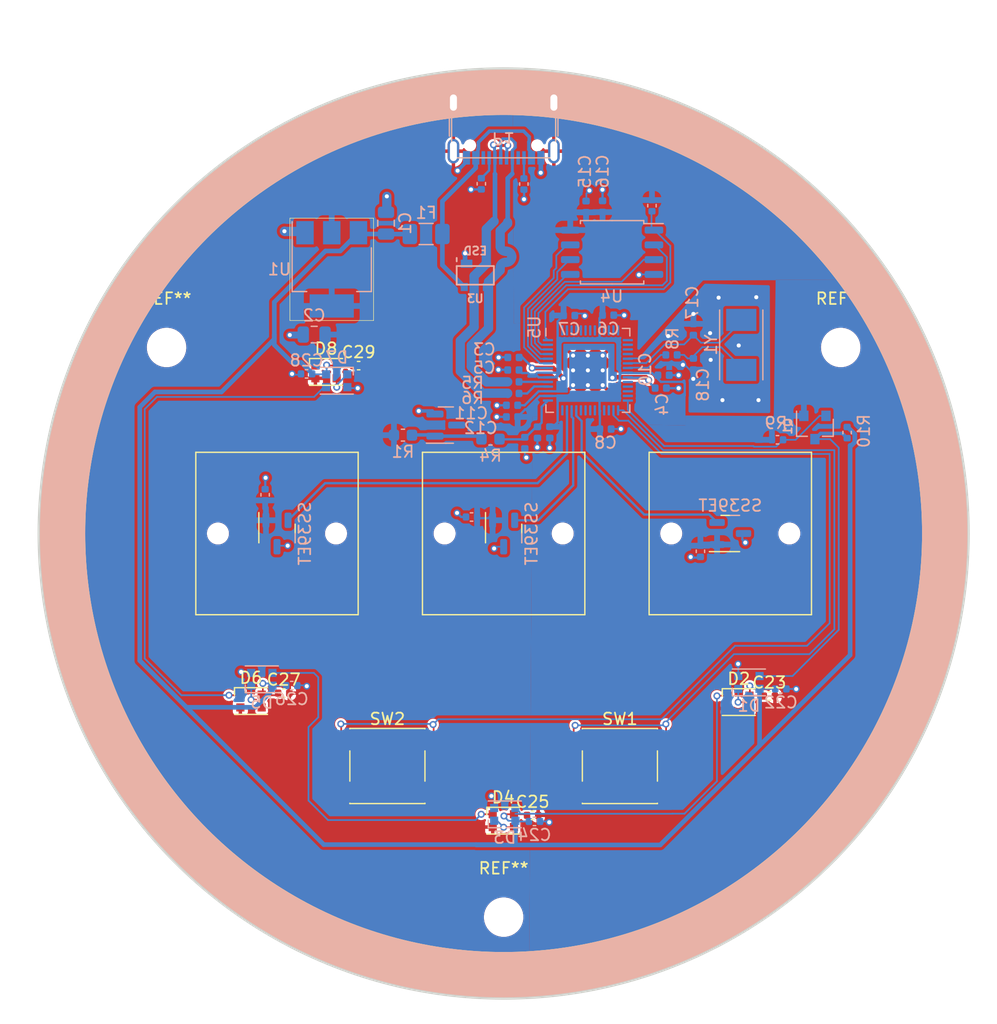
<source format=kicad_pcb>
(kicad_pcb (version 20221018) (generator pcbnew)
  (title_block (title "RP2040 Minimal Design Example") (date "2020-07-13") (rev "REV1") (company "Raspberry Pi (Trading) Ltd"))
  (layers (0 "F.Cu" signal) (31 "B.Cu" signal) (34 "B.Paste" user) (35 "F.Paste" user) (36 "B.SilkS" user "B.Silkscreen") (37 "F.SilkS" user "F.Silkscreen") (38 "B.Mask" user) (39 "F.Mask" user) (44 "Edge.Cuts" user))
  (net 0 "")
  (net 1 "GND")
  (net 2 "VBUS")
  (net 3 "/XIN")
  (net 4 "/XOUT")
  (net 5 "+3V3")
  (net 6 "+1V1")
  (net 7 "/GPIO2")
  (net 8 "/GPIO1")
  (net 9 "/GPIO0")
  (net 10 "Net-(D6-DOUT)")
  (net 11 "/GPIO9")
  (net 12 "/GPIO8")
  (net 13 "/GPIO7")
  (net 14 "/GPIO6")
  (net 15 "/GPIO5")
  (net 16 "/GPIO4")
  (net 17 "/GPIO3")
  (net 18 "/QSPI_SS")
  (net 19 "/GPIO29_ADC3")
  (net 20 "/QSPI_SD3")
  (net 21 "/QSPI_SCLK")
  (net 22 "/QSPI_SD0")
  (net 23 "/QSPI_SD2")
  (net 24 "/QSPI_SD1")
  (net 25 "/USB_D+")
  (net 26 "/USB_D-")
  (net 27 "/GPIO25")
  (net 28 "/GPIO24")
  (net 29 "/GPIO23")
  (net 30 "/GPIO22")
  (net 31 "/GPIO21")
  (net 32 "/GPIO20")
  (net 33 "Net-(C18-Pad1)")
  (net 34 "/GPIO15")
  (net 35 "/GPIO14")
  (net 36 "/GPIO13")
  (net 37 "LED_D_5V")
  (net 38 "+5V")
  (net 39 "+3V")
  (net 40 "SWCLK")
  (net 41 "SWD")
  (net 42 "RUN")
  (net 43 "Net-(U5-USB_DP)")
  (net 44 "Net-(U5-USB_DM)")
  (net 45 "RP_ADC0")
  (net 46 "RP_ADC1")
  (net 47 "RP_ADC2")
  (net 48 "Net-(D1-DOUT)")
  (net 49 "Net-(D2-DOUT)")
  (net 50 "Net-(D3-DOUT)")
  (net 51 "Net-(D4-DOUT)")
  (net 52 "Net-(D5-DOUT)")
  (net 53 "Net-(P1-CC1)")
  (net 55 "ADC_AVDD")
  (net 56 "Net-(P1-CC2)")
  (net 58 "/GPIO16")
  (net 59 "/GPIO10")
  (net 60 "/GPIO11")
  (net 61 "Net-(D7-DOUT)")
  (net 63 "GPIO17")
  (net 64 "GPIO18")
  (net 65 "GPIO19")
  (net 66 "/GPIO12")
  (footprint "MountingHole:MountingHole_3.2mm_M3" (layer "F.Cu") (at 100 133)
    (fp_text reference "REF**")
    (fp_text value "MountingHole_3.2mm_M3")
  )
  (footprint "Button_Switch_SMD:SW_Push_1P1T_NO_6x6mm_H9.5mm" (layer "F.Cu") (at 90 120)
    (fp_text reference "SW2")
    (fp_text value "SW_Push")
  )
  (footprint "Button_Switch_Keyboard:SW_Lekker_MX_1.00u_PCB" (layer "F.Cu") (at 119.5 100)
    (fp_text reference "REF**" hide)
    (fp_text value "SW_Lekker_MX_1.00u_PCB")
  )
  (footprint "LED_SMD:LED_WS2812B-2020_PLCC4_2.0x2.0mm" (layer "F.Cu") (at 99.975 124.7)
    (fp_text reference "D4")
    (fp_text value "WS2812B-2020")
  )
  (footprint "Capacitor_SMD:C_0402_1005Metric" (layer "F.Cu") (at 102.49 124.24)
    (fp_text reference "C25")
    (fp_text value "100n")
  )
  (footprint "Capacitor_SMD:C_0402_1005Metric" (layer "F.Cu") (at 122.86 113.98)
    (fp_text reference "C23")
    (fp_text value "100n")
  )
  (footprint "Button_Switch_Keyboard:SW_Lekker_MX_1.00u_PCB" (layer "F.Cu") (at 100 100)
    (fp_text reference "REF**" hide)
    (fp_text value "SW_Lekker_MX_1.00u_PCB")
  )
  (footprint "MountingHole:MountingHole_3.2mm_M3" (layer "F.Cu") (at 71 84)
    (fp_text reference "REF**")
    (fp_text value "MountingHole_3.2mm_M3")
  )
  (footprint "LED_SMD:LED_WS2812B-2020_PLCC4_2.0x2.0mm" (layer "F.Cu") (at 78.265 114.41125)
    (fp_text reference "D6")
    (fp_text value "WS2812B-2020")
  )
  (footprint "Button_Switch_SMD:SW_Push_1P1T_NO_6x6mm_H9.5mm" (layer "F.Cu") (at 110 120)
    (fp_text reference "SW1")
    (fp_text value "SW_Push")
  )
  (footprint "Button_Switch_Keyboard:SW_Lekker_MX_1.00u_PCB" (layer "F.Cu") (at 80.5 100)
    (fp_text reference "REF**" hide)
    (fp_text value "SW_Lekker_MX_1.00u_PCB")
  )
  (footprint "LED_SMD:LED_WS2812B-2020_PLCC4_2.0x2.0mm" (layer "F.Cu") (at 84.72 86.1)
    (fp_text reference "D8")
    (fp_text value "WS2812B-2020")
  )
  (footprint "LED_SMD:LED_WS2812B-2020_PLCC4_2.0x2.0mm" (layer "F.Cu") (at 120.23 114.5)
    (fp_text reference "D2")
    (fp_text value "WS2812B-2020")
  )
  (footprint "Capacitor_SMD:C_0402_1005Metric" (layer "F.Cu") (at 81.08 113.73125)
    (fp_text reference "C27")
    (fp_text value "100n")
  )
  (footprint "MountingHole:MountingHole_3.2mm_M3" (layer "F.Cu") (at 129 84)
    (fp_text reference "REF**")
    (fp_text value "MountingHole_3.2mm_M3")
  )
  (footprint "Capacitor_SMD:C_0402_1005Metric" (layer "F.Cu") (at 87.525 85.56)
    (fp_text reference "C29")
    (fp_text value "100n")
  )
  (footprint "Capacitor_SMD:C_0805_2012Metric" (layer "B.Cu") (at 83.7 82.89 180)
    (fp_text reference "C2")
    (fp_text value "10u")
  )
  (footprint "Capacitor_SMD:C_0402_1005Metric" (layer "B.Cu") (at 100.7225 89.97 180)
    (fp_text reference "C12")
    (fp_text value "1u")
  )
  (footprint "Capacitor_SMD:C_0402_1005Metric" (layer "B.Cu") (at 100.7225 88.97 180)
    (fp_text reference "C11")
    (fp_text value "1u")
  )
  (footprint "Capacitor_SMD:C_0402_1005Metric" (layer "B.Cu") (at 108.7625 91.0175)
    (fp_text reference "C8")
    (fp_text value "100n")
  )
  (footprint "Package_TO_SOT_SMD:SOT-223-3_TabPin2" (layer "B.Cu") (at 85.21 77.28 -90)
    (fp_text reference "U1")
    (fp_text value "NCP1117-3.3_SOT223" hide)
  )
  (footprint "Package_SO:SOIC-8_5.23x5.23mm_P1.27mm" (layer "B.Cu") (at 109.33 75.81 180)
    (fp_text reference "U4")
    (fp_text value "W25Q32JVSS")
  )
  (footprint "Capacitor_SMD:C_0402_1005Metric" (layer "B.Cu") (at 116.325019 85.4235 -90)
    (fp_text reference "C18")
    (fp_text value "27p")
  )
  (footprint "Capacitor_SMD:C_0402_1005Metric" (layer "B.Cu") (at 100.8375 85.9375 180)
    (fp_text reference "C5")
    (fp_text value "100n")
  )
  (footprint "Capacitor_SMD:C_0402_1005Metric" (layer "B.Cu") (at 105.64 81.25)
    (fp_text reference "C7")
    (fp_text value "100n")
  )
  (footprint "Capacitor_SMD:C_0402_1005Metric" (layer "B.Cu") (at 113.7575 86.3835)
    (fp_text reference "C10")
    (fp_text value "100n")
  )
  (footprint "Capacitor_SMD:C_0402_1005Metric" (layer "B.Cu") (at 100.836624 86.955)
    (fp_text reference "R5")
    (fp_text value "27R")
  )
  (footprint "Capacitor_SMD:C_0402_1005Metric" (layer "B.Cu") (at 113.5175 87.49)
    (fp_text reference "C4")
    (fp_text value "100n")
  )
  (footprint "Capacitor_SMD:C_0805_2012Metric" (layer "B.Cu") (at 89.88 73.31 90)
    (fp_text reference "C1")
    (fp_text value "10u")
  )
  (footprint "Capacitor_SMD:C_0402_1005Metric" (layer "B.Cu") (at 108.99 81.22)
    (fp_text reference "C6")
    (fp_text value "100n")
  )
  (footprint "Capacitor_SMD:C_0402_1005Metric" (layer "B.Cu") (at 108.51 71.87 90)
    (fp_text reference "C16")
    (fp_text value "1u")
  )
  (footprint "RP2040_minimal:RP2040-QFN-56" (layer "B.Cu") (at 107.2475 85.9675 -90)
    (fp_text reference "U5")
    (fp_text value "RP2040")
  )
  (footprint "Capacitor_SMD:C_0402_1005Metric" (layer "B.Cu") (at 116.325019 82.4535 90)
    (fp_text reference "C17")
    (fp_text value "27p")
  )
  (footprint "Capacitor_SMD:C_0402_1005Metric" (layer "B.Cu") (at 100.836624 87.955)
    (fp_text reference "R6")
    (fp_text value "27R")
  )
  (footprint "Capacitor_SMD:C_0402_1005Metric" (layer "B.Cu") (at 100.8475 84.8575 180)
    (fp_text reference "C3")
    (fp_text value "100n")
  )
  (footprint "Capacitor_SMD:C_0402_1005Metric" (layer "B.Cu") (at 107.09 71.89 90)
    (fp_text reference "C15")
    (fp_text value "100n" hide)
  )
  (footprint "Capacitor_SMD:C_0402_1005Metric" (layer "B.Cu") (at 114.440019 84.6385)
    (fp_text reference "R8")
    (fp_text value "1k")
  )
  (footprint "Crystal:Crystal_SMD_Abracon_ABM7-2Pin_6.0x3.5mm" (layer "B.Cu") (at 120.441019 83.7795 -90)
    (fp_text reference "Y1")
    (fp_text value "ABM7-12.000MHZ-D2Y-T")
  )
  (footprint "Capacitor_SMD:C_0402_1005Metric" (layer "B.Cu") (at 79.48 96.67 -90)
    (fp_text reference "C21" hide)
    (fp_text value "1u" hide)
  )
  (footprint "Capacitor_SMD:C_0402_1005Metric" (layer "B.Cu") (at 81.77 113.08125)
    (fp_text reference "C26")
    (fp_text value "100n")
  )
  (footprint "Capacitor_SMD:C_0603_1608Metric" (layer "B.Cu") (at 98.8675 91.881)
    (fp_text reference "R4")
    (fp_text value "1R")
  )
  (footprint "Package_TO_SOT_SMD:SOT-23-3" (layer "B.Cu") (at 119.5 100)
    (fp_text reference "S1" hide)
    (fp_text value "SS39ET")
  )
  (footprint "Keebio-Parts:SOT-23" (layer "B.Cu") (at 126.78 90.88 -90)
    (fp_text reference "Q1")
    (fp_text value "BSS138")
  )
  (footprint "Connector_USB:USB_C_Receptacle_GCT_USB4105-xx-A_16P_TopMnt_Horizontal" (layer "B.Cu") (at 100 64.01)
    (fp_text reference "P1")
    (fp_text value "USB4105-GF-A")
  )
  (footprint "Capacitor_SMD:C_0603_1608Metric" (layer "B.Cu") (at 91.3375 91.541)
    (fp_text reference "R1")
    (fp_text value "200R")
  )
  (footprint "Capacitor_SMD:C_0402_1005Metric" (layer "B.Cu") (at 102.652501 124.767499)
    (fp_text reference "C24")
    (fp_text value "100n")
  )
  (footprint "Keebio-Parts:SOT-143B" (layer "B.Cu") (at 97.56 77.795)
    (fp_text reference "U3")
    (fp_text value "PRTR5V0U2X" hide)
  )
  (footprint "Package_TO_SOT_SMD:SOT-23-3" (layer "B.Cu") (at 100 100 -90)
    (fp_text reference "S2" hide)
    (fp_text value "SS39ET")
  )
  (footprint "Package_TO_SOT_SMD:SOT-23" (layer "B.Cu") (at 95.0275 90.675)
    (fp_text reference "U2" hide)
    (fp_text value "LM4040DBZ-3" hide)
  )
  (footprint "Capacitor_SMD:C_0402_1005Metric" (layer "B.Cu") (at 98.08 69.92 -90)
    (fp_text reference "R2" hide)
    (fp_text value "5.1k" hide)
  )
  (footprint "Capacitor_SMD:C_0402_1005Metric" (layer "B.Cu") (at 129.55 91.32 -90)
    (fp_text reference "R10")
    (fp_text value "10k" hide)
  )
  (footprint "Capacitor_SMD:C_0402_1005Metric" (layer "B.Cu") (at 101.82 92.21 -90)
    (fp_text reference "C14" hide)
    (fp_text value "1u" hide)
  )
  (footprint "Package_TO_SOT_SMD:SOT-23-3" (layer "B.Cu") (at 80.5 100 -90)
    (fp_text reference "S3" hide)
    (fp_text value "SS39ET")
  )
  (footprint "Capacitor_SMD:C_0402_1005Metric" (layer "B.Cu") (at 103.97 91.3 -90)
    (fp_text reference "C9" hide)
    (fp_text value "100n" hide)
  )
  (footprint "LED_SMD:LED_WS2812B-2020_PLCC4_2.0x2.0mm" (layer "B.Cu") (at 100.097501 124.157499)
    (fp_text reference "D3")
    (fp_text value "WS2812B-2020")
  )
  (footprint "Capacitor_SMD:C_0402_1005Metric" (layer "B.Cu") (at 102.91 91.31 -90)
    (fp_text reference "C13" hide)
    (fp_text value "100n" hide)
  )
  (footprint "LED_SMD:LED_WS2812B-2020_PLCC4_2.0x2.0mm" (layer "B.Cu") (at 79.195 112.54125)
    (fp_text reference "D5")
    (fp_text value "WS2812B-2020")
  )
  (footprint "Capacitor_SMD:C_0402_1005Metric" (layer "B.Cu") (at 97.24 98.58)
    (fp_text reference "C20" hide)
    (fp_text value "1u" hide)
  )
  (footprint "Capacitor_SMD:C_0402_1005Metric" (layer "B.Cu") (at 101.74 69.94 -90)
    (fp_text reference "R3" hide)
    (fp_text value "5.1k" hide)
  )
  (footprint "Capacitor_SMD:C_0402_1005Metric" (layer "B.Cu") (at 116.93 101.53 90)
    (fp_text reference "C19" hide)
    (fp_text value "1u" hide)
  )
  (footprint "Capacitor_SMD:C_0402_1005Metric" (layer "B.Cu") (at 123.845 113.37)
    (fp_text reference "C22")
    (fp_text value "100n")
  )
  (footprint "LED_SMD:LED_WS2812B-2020_PLCC4_2.0x2.0mm" (layer "B.Cu") (at 85.64 86.86 180)
    (fp_text reference "D7")
    (fp_text value "WS2812B-2020")
  )
  (footprint "Capacitor_SMD:C_0402_1005Metric" (layer "B.Cu") (at 83.045 86.27 180)
    (fp_text reference "C28")
    (fp_text value "100n")
  )
  (footprint "Capacitor_SMD:C_0402_1005Metric" (layer "B.Cu") (at 123.56 91.94)
    (fp_text reference "R9")
    (fp_text value "10k" hide)
  )
  (footprint "Capacitor_SMD:C_0402_1005Metric" (layer "B.Cu") (at 112.76 71.8 -90)
    (fp_text reference "R7" hide)
    (fp_text value "10k" hide)
  )
  (footprint "Fuse:Fuse_1206_3216Metric" (layer "B.Cu") (at 93.33 74.24 180)
    (fp_text reference "F1")
    (fp_text value "0ZCJ0025AF2E" hide)
  )
  (footprint "LED_SMD:LED_WS2812B-2020_PLCC4_2.0x2.0mm" (layer "B.Cu") (at 121.1 112.81)
    (fp_text reference "D1")
    (fp_text value "WS2812B-2020")
  )
  (gr_circle (center 100 100) (end 138 100) (stroke (width 4)) (fill none) (layer "B.SilkS"))
  (gr_circle (center 100 100) (end 138 100) (stroke (width 4)) (fill none) (layer "F.SilkS"))
  (gr_circle (center 100 100) (end 140 100) (stroke (width 0.2)) (fill none) (layer "Edge.Cuts"))
  (via (at 115.424519 85.494) (size 0.6) (drill 0.35) (layers "F.Cu" "B.Cu") (net 1))
  (via (at 120.225019 83.8285) (size 0.6) (drill 0.35) (layers "F.Cu" "B.Cu") (net 1))
  (via (at 117.810019 85.066) (size 0.6) (drill 0.35) (layers "F.Cu" "B.Cu") (net 1))
  (via (at 121.735019 79.676) (size 0.6) (drill 0.35) (layers "F.Cu" "B.Cu") (net 1))
  (via (at 118.495019 79.716) (size 0.6) (drill 0.35) (layers "F.Cu" "B.Cu") (net 1))
  (via (at 118.825019 88.5285) (size 0.6) (drill 0.35) (layers "F.Cu" "B.Cu") (net 1))
  (via (at 106.98 81.28) (size 0.6) (drill 0.35) (layers "F.Cu" "B.Cu") (net 1))
  (via (at 83.06 113.13125) (size 0.6) (drill 0.35) (layers "F.Cu" "B.Cu") (net 1))
  (via (at 92.6975 89.461) (size 0.6) (drill 0.35) (layers "F.Cu" "B.Cu") (net 1))
  (via (at 110.09 91.005) (size 0.6) (drill 0.35) (layers "F.Cu" "B.Cu") (net 1))
  (via (at 114.154519 83.0175) (size 0.6) (drill 0.35) (layers "F.Cu" "B.Cu") (net 1))
  (via (at 102.89 92.59) (size 0.6) (drill 0.35) (layers "F.Cu" "B.Cu") (net 1))
  (via (at 110.37 81.23) (size 0.6) (drill 0.35) (layers "F.Cu" "B.Cu") (net 1))
  (via (at 81.42 101.05) (size 0.6) (drill 0.35) (layers "F.Cu" "B.Cu") (net 1))
  (via (at 89.95 71) (size 0.6) (drill 0.35) (layers "F.Cu" "B.Cu") (net 1))
  (via (at 98.9475 122.5775) (size 0.6) (drill 0.35) (layers "F.Cu" "B.Cu") (net 1))
  (via (at 99.4075 89.97) (size 0.6) (drill 0.35) (layers "F.Cu" "B.Cu") (net 1))
  (via (at 77.41 111.90125) (size 0.6) (drill 0.35) (layers "F.Cu" "B.Cu") (net 1))
  (via (at 120.17 111.22) (size 0.6) (drill 0.35) (layers "F.Cu" "B.Cu") (net 1))
  (via (at 99.18 101.29) (size 0.6) (drill 0.35) (layers "F.Cu" "B.Cu") (net 1))
  (via (at 103.922501 124.837499) (size 0.6) (drill 0.35) (layers "F.Cu" "B.Cu") (net 1))
  (via (at 107.38 70.5) (size 0.6) (drill 0.35) (layers "F.Cu" "B.Cu") (net 1))
  (via (at 81.795 86.27) (size 0.6) (drill 0.35) (layers "F.Cu" "B.Cu") (net 1))
  (via (at 116.313519 86.7005) (size 0.6) (drill 0.35) (layers "F.Cu" "B.Cu") (net 1))
  (via (at 87.445 87.5) (size 0.6) (drill 0.35) (layers "F.Cu" "B.Cu") (net 1))
  (via (at 115.05449 86.383494) (size 0.6) (drill 0.35) (layers "F.Cu" "B.Cu") (net 1))
  (via (at 96.68 75.9) (size 0.6) (drill 0.35) (layers "F.Cu" "B.Cu") (net 1))
  (via (at 101.75 71.25) (size 0.6) (drill 0.35) (layers "F.Cu" "B.Cu") (net 1))
  (via (at 121.925019 88.5285) (size 0.6) (drill 0.35) (layers "F.Cu" "B.Cu") (net 1))
  (via (at 116.09 102.02) (size 0.6) (drill 0.35) (layers "F.Cu" "B.Cu") (net 1))
  (via (at 99.42 88.98) (size 0.6) (drill 0.35) (layers "F.Cu" "B.Cu") (net 1))
  (via (at 81.6 82.93) (size 0.6) (drill 0.35) (layers "F.Cu" "B.Cu") (net 1))
  (via (at 95.99 98.23) (size 0.6) (drill 0.35) (layers "F.Cu" "B.Cu") (net 1))
  (via (at 79.52 95.21) (size 0.6) (drill 0.35) (layers "F.Cu" "B.Cu") (net 1))
  (via (at 103.96 92.64) (size 0.6) (drill 0.35) (layers "F.Cu" "B.Cu") (net 1))
  (via (at 116.325019 81.1125) (size 0.6) (drill 0.35) (layers "F.Cu" "B.Cu") (net 1))
  (via (at 103.19 68.97) (size 0.6) (drill 0.35) (layers "F.Cu" "B.Cu") (net 1))
  (via (at 125.17 113.38) (size 0.6) (drill 0.35) (layers "F.Cu" "B.Cu") (net 1))
  (via (at 120.79 100.78) (size 0.6) (drill 0.35) (layers "F.Cu" "B.Cu") (net 1))
  (via (at 99.5475 85.9175) (size 0.6) (drill 0.35) (layers "F.Cu" "B.Cu") (net 1))
  (via (at 111.64 77.75) (size 0.6) (drill 0.35) (layers "F.Cu" "B.Cu") (net 1))
  (via (at 97.19 70.41) (size 0.6) (drill 0.35) (layers "F.Cu" "B.Cu") (net 1))
  (via (at 96.04 68.79) (size 0.6) (drill 0.35) (layers "F.Cu" "B.Cu") (net 1))
  (via (at 99.5675 84.8575) (size 0.6) (drill 0.35) (layers "F.Cu" "B.Cu") (net 1))
  (via (at 115.054504 87.5025) (size 0.6) (drill 0.35) (layers "F.Cu" "B.Cu") (net 1))
  (via (at 81.14 74) (size 0.6) (drill 0.35) (layers "F.Cu" "B.Cu") (net 1))
  (via (at 101.9525 93.47) (size 0.6) (drill 0.35) (layers "F.Cu" "B.Cu") (net 1))
  (via (at 117.760019 82.766) (size 0.6) (drill 0.35) (layers "F.Cu" "B.Cu") (net 1))
  (via (at 108.5 70.43) (size 0.6) (drill 0.35) (layers "F.Cu" "B.Cu") (net 1))
  (segment (start 111.979519 84.9385) (end 113.900519 83.0175) (width 0.15) (layer "B.Cu") (net 1))
  (segment (start 101.76 71.25) (end 101.76 70.41) (width 0.2) (layer "B.Cu") (net 1))
  (segment (start 124.325 113.37) (end 125.16 113.37) (width 0.15) (layer "B.Cu") (net 1))
  (segment (start 120.185 112.26) (end 120.185 111.235) (width 0.15) (layer "B.Cu") (net 1))
  (segment (start 100.3425 84.8375) (end 99.5875 84.8375) (width 0.2) (layer "B.Cu") (net 1))
  (segment (start 81.14 74) (end 81.265 74.02) (width 0.8) (layer "B.Cu") (net 1))
  (segment (start 96.68 75.9) (end 96.68 76.775) (width 0.4) (layer "B.Cu") (net 1))
  (segment (start 103.922501 124.857499) (end 103.872501 124.807499) (width 0.15) (layer "B.Cu") (net 1))
  (segment (start 120.79 100.78) (end 120.535 100.525) (width 0.2) (layer "B.Cu") (net 1))
  (segment (start 111.675 77.715) (end 111.64 77.75) (width 0.15) (layer "B.Cu") (net 1))
  (segment (start 107.115 70.765) (end 107.115 71.3) (width 0.15) (layer "B.Cu") (net 1))
  (segment (start 103.97 92.63) (end 103.97 91.785) (width 0.2) (layer "B.Cu") (net 1))
  (segment (start 110.762519 84.9385) (end 111.979519 84.9385) (width 0.15) (layer "B.Cu") (net 1))
  (segment (start 116.325019 85.9085) (end 116.005019 85.9085) (width 0.15) (layer "B.Cu") (net 1))
  (segment (start 110.09 91.005) (end 109.26 91.005) (width 0.15) (layer "B.Cu") (net 1))
  (segment (start 116.09 102.02) (end 116.15 102.08) (width 0.2) (layer "B.Cu") (net 1))
  (segment (start 101.82 93.3375) (end 101.9525 93.47) (width 0.15) (layer "B.Cu") (net 1))
  (segment (start 79.49 95.24) (end 79.49 96.2375) (width 0.2) (layer "B.Cu") (net 1))
  (segment (start 82.7225 82.93) (end 82.7625 82.89) (width 0.6) (layer "B.Cu") (net 1))
  (segment (start 97.2 70.4) (end 97.19 70.41) (width 0.15) (layer "B.Cu") (net 1))
  (segment (start 99.3325 101.1375) (end 99.18 101.29) (width 0.15) (layer "B.Cu") (net 1))
  (segment (start 98.08 70.4) (end 97.2 70.4) (width 0.2) (layer "B.Cu") (net 1))
  (segment (start 103.19 68.97) (end 103.2 68.96) (width 0.4) (layer "B.Cu") (net 1))
  (segment (start 99.43 88.97) (end 100.2375 88.97) (width 0.2) (layer "B.Cu") (net 1))
  (segment (start 101.82 92.695) (end 101.82 93.3375) (width 0.15) (layer "B.Cu") (net 1))
  (segment (start 116.15 102.08) (end 116.92 102.08) (width 0.2) (layer "B.Cu") (net 1))
  (segment (start 103.832501 124.767499) (end 103.902501 124.837499) (width 0.15) (layer "B.Cu") (net 1))
  (segment (start 99.5475 85.9175) (end 100.355 85.9175) (width 0.2) (layer "B.Cu") (net 1))
  (segment (start 125.16 113.37) (end 125.17 113.38) (width 0.15) (layer "B.Cu") (net 1))
  (segment (start 108.7975 84.9675) (end 108.5225 84.6925) (width 0.15) (layer "B.Cu") (net 1))
  (segment (start 100.3625 84.8575) (end 100.3425 84.8375) (width 0.2) (layer "B.Cu") (net 1))
  (segment (start 82.27 113.06125) (end 82.97 113.06125) (width 0.15) (layer "B.Cu") (net 1))
  (segment (start 82.585 86.34) (end 81.885 86.34) (width 0.15) (layer "B.Cu") (net 1))
  (segment (start 112.93 77.715) (end 111.675 77.715) (width 0.15) (layer "B.Cu") (net 1))
  (segment (start 81.42 101.05) (end 80.495 101.05) (width 0.15) (layer "B.Cu") (net 1))
  (segment (start 120.185 111.235) (end 120.17 111.22) (width 0.15) (layer "B.Cu") (net 1))
  (segment (start 81.245 74.02) (end 81.225 74.02) (width 0.8) (layer "B.Cu") (net 1))
  (segment (start 114.2425 86.3835) (end 115.054484 86.3835) (width 0.2) (layer "B.Cu") (net 1))
  (segment (start 100.2375 89.97) (end 99.4075 89.97) (width 0.2) (layer "B.Cu") (net 1))
  (segment (start 109.26 91.005) (end 109.2475 91.0175) (width 0.15) (layer "B.Cu") (net 1))
  (segment (start 107.38 70.5) (end 107.115 70.765) (width 0.15) (layer "B.Cu") (net 1))
  (segment (start 98.9475 122.5775) (end 99.182501 122.812501) (width 0.15) (layer "B.Cu") (net 1))
  (segment (start 116.005019 85.9085) (end 115.590519 85.494) (width 0.15) (layer "B.Cu") (net 1))
  (segment (start 99.182501 122.812501) (end 99.182501 123.607499) (width 0.15) (layer "B.Cu") (net 1))
  (segment (start 116.325019 86.689) (end 116.313519 86.7005) (width 0.15) (layer "B.Cu") (net 1))
  (segment (start 81.6 82.93) (end 82.7225 82.93) (width 0.6) (layer "B.Cu") (net 1))
  (segment (start 106.98 81.28) (end 106.78 81.08) (width 0.15) (layer "B.Cu") (net 1))
  (segment (start 115.054484 86.3835) (end 115.05449 86.383494) (width 0.2) (layer "B.Cu") (net 1))
  (segment (start 116.325019 85.9085) (end 116.325019 86.689) (width 0.15) (layer "B.Cu") (net 1))
  (segment (start 86.535 87.5) (end 87.445 87.5) (width 0.15) (layer "B.Cu") (net 1))
  (segment (start 96.34 98.58) (end 96.76 98.58) (width 0.2) (layer "B.Cu") (net 1))
  (segment (start 89.95 72.13) (end 89.87 72.21) (width 0.8) (layer "B.Cu") (net 1))
  (segment (start 89.95 71) (end 89.95 72.13) (width 0.8) (layer "B.Cu") (net 1))
  (segment (start 103.132501 124.767499) (end 103.832501 124.767499) (width 0.15) (layer "B.Cu") (net 1))
  (segment (start 109.5575 81.23) (end 109.3325 81.005) (width 0.2) (layer "B.Cu") (net 1))
  (segment (start 116.325019 81.9685) (end 116.325019 81.1125) (width 0.2) (layer "B.Cu") (net 1))
  (segment (start 114.2425 87.5025) (end 115.054504 87.5025) (width 0.2) (layer "B.Cu") (net 1))
  (segment (start 100 101.1375) (end 99.3325 101.1375) (width 0.15) (layer "B.Cu") (net 1))
  (segment (start 103.922501 124.837499) (end 103.922501 124.857499) (width 0.15) (layer "B.Cu") (net 1))
  (segment (start 92.6975 89.461) (end 93.8535 89.461) (width 0.3) (layer "B.Cu") (net 1))
  (segment (start 78.32 111.90125) (end 77.41 111.90125) (width 0.15) (layer "B.Cu") (net 1))
  (segment (start 93.8535 89.461) (end 94.0175 89.625) (width 0.3) (layer "B.Cu") (net 1))
  (segment (start 106.78 81.08) (end 106.425 81.08) (width 0.15) (layer "B.Cu") (net 1))
  (segment (start 80.495 101.05) (end 80.48 101.035) (width 0.15) (layer "B.Cu") (net 1))
  (segment (start 103.2 68.96) (end 103.2 67.69) (width 0.4) (layer "B.Cu") (net 1))
  (segment (start 95.99 98.23) (end 96.34 98.58) (width 0.2) (layer "B.Cu") (net 1))
  (segment (start 120.535 100.525) (end 120.535 100.02) (width 0.2) (layer "B.Cu") (net 1))
  (segment (start 110.37 81.23) (end 109.5575 81.23) (width 0.2) (layer "B.Cu") (net 1))
  (segment (start 96.68 76.775) (end 96.72 76.815) (width 0.4) (layer "B.Cu") (net 1))
  (segment (start 102.91 91.795) (end 102.89 92.59) (width 0.2) (layer "B.Cu") (net 1))
  (segment (start 99.42 88.98) (end 99.43 88.97) (width 0.2) (layer "B.Cu") (net 1))
  (segment (start 101.9525 93.47) (end 101.83 93.47) (width 0.15) (layer "B.Cu") (net 1))
  (segment (start 81.225 74.02) (end 81.14 74) (width 0.8) (layer "B.Cu") (net 1))
  (segment (start 115.590519 85.494) (end 115.424519 85.494) (width 0.15) (layer "B.Cu") (net 1))
  (segment (start 81.265 74.02) (end 82.535 74.02) (width 0.8) (layer "B.Cu") (net 1))
  (segment (start 108.51 70.44) (end 108.51 71.305) (width 0.2) (layer "B.Cu") (net 1))
  (segment (start 103.902501 124.837499) (end 103.922501 124.837499) (width 0.15) (layer "B.Cu") (net 1))
  (segment (start 96.04 68.79) (end 96.68 68.15) (width 0.3) (layer "B.Cu") (net 1))
  (segment (start 113.900519 83.0175) (end 114.154519 83.0175) (width 0.15) (layer "B.Cu") (net 1))
  (segment (start 97.6 68.55) (end 94.73 71.42) (width 0.4) (layer "B.Cu") (net 2))
  (segment (start 94.73 76.915) (end 96.61 78.795) (width 0.4) (layer "B.Cu") (net 2))
  (segment (start 101.71375 65.39) (end 102.2 65.87625) (width 0.3) (layer "B.Cu") (net 2))
  (segment (start 97.785 67.505) (end 97.785 66.965305) (width 0.3) (layer "B.Cu") (net 2))
  (segment (start 97.6 67.69) (end 97.6 68.55) (width 0.4) (layer "B.Cu") (net 2))
  (segment (start 102.165 66.96625) (end 102.435 67.23625) (width 0.3) (layer "B.Cu") (net 2))
  (segment (start 102.2 66.279695) (end 102.165 66.314695) (width 0.3) (layer "B.Cu") (net 2))
  (segment (start 102.435 67.23625) (end 102.435 67.64625) (width 0.15) (layer "B.Cu") (net 2))
  (segment (start 97.835 66.915305) (end 97.835 66.345) (width 0.3) (layer "B.Cu") (net 2))
  (segment (start 102.2 65.87625) (end 102.2 66.279695) (width 0.3) (layer "B.Cu") (net 2))
  (segment (start 97.835 66.345) (end 98.79 65.39) (width 0.3) (layer "B.Cu") (net 2))
  (segment (start 98.79 65.39) (end 101.71375 65.39) (width 0.3) (layer "B.Cu") (net 2))
  (segment (start 94.73 71.42) (end 94.73 76.915) (width 0.4) (layer "B.Cu") (net 2))
  (segment (start 102.165 66.314695) (end 102.165 66.96625) (width 0.3) (layer "B.Cu") (net 2))
  (segment (start 97.785 66.965305) (end 97.835 66.915305) (width 0.3) (layer "B.Cu") (net 2))
  (segment (start 97.785 67.505) (end 97.6 67.69) (width 0.2) (layer "B.Cu") (net 2))
  (segment (start 110.762519 85.3385) (end 112.26288 85.3385) (width 0.15) (layer "B.Cu") (net 3))
  (segment (start 113.86288 83.7385) (end 115.525019 83.7385) (width 0.15) (layer "B.Cu") (net 3))
  (segment (start 112.26288 85.3385) (end 113.86288 83.7385) (width 0.15) (layer "B.Cu") (net 3))
  (segment (start 116.325019 82.9385) (end 116.975519 83.589) (width 0.15) (layer "B.Cu") (net 3))
  (segment (start 120.441019 81.764963) (end 120.441019 81.6295) (width 0.15) (layer "B.Cu") (net 3))
  (segment (start 115.525019 83.7385) (end 116.325019 82.9385) (width 0.15) (layer "B.Cu") (net 3))
  (segment (start 116.975519 83.589) (end 118.616982 83.589) (width 0.15) (layer "B.Cu") (net 3))
  (segment (start 118.616982 83.589) (end 120.441019 81.764963) (width 0.15) (layer "B.Cu") (net 3))
  (segment (start 112.425019 85.7385) (end 113.525019 84.6385) (width 0.15) (layer "B.Cu") (net 4))
  (segment (start 110.762519 85.7385) (end 112.425019 85.7385) (width 0.15) (layer "B.Cu") (net 4))
  (segment (start 113.525019 84.6385) (end 113.955019 84.6385) (width 0.15) (layer "B.Cu") (net 4))
  (segment (start 102.757499 86.320001) (end 102.222177 86.320001) (width 0.2) (layer "B.Cu") (net 5))
  (segment (start 102.099676 86.1975) (end 101.5825 86.1975) (width 0.2) (layer "B.Cu") (net 5))
  (segment (start 98.7675 98.58) (end 99.05 98.8625) (width 0.2) (layer "B.Cu") (net 5))
  (segment (start 104.6475 89.405) (end 104.6475 90.4325) (width 0.2) (layer "B.Cu") (net 5))
  (segment (start 104.265 90.815) (end 103.97 90.815) (width 0.2) (layer "B.Cu") (net 5))
  (segment (start 118.08 101.2325) (end 118.3625 100.95) (width 0.2) (layer "B.Cu") (net 5))
  (segment (start 118.3625 100.95) (end 117.03 100.95) (width 0.2) (layer "B.Cu") (net 5))
  (segment (start 103.77 86.17) (end 104.6075 86.17) (width 0.2) (layer "B.Cu") (net 5))
  (segment (start 104.6475 81.7575) (end 105.155 81.25) (width 0.2) (layer "B.Cu") (net 5))
  (segment (start 115.579504 87.099004) (end 115.579504 88.120496) (width 0.2) (layer "B.Cu") (net 5))
  (segment (start 117.03 100.95) (end 116.93 101.05) (width 0.2) (layer "B.Cu") (net 5))
  (segment (start 108.2775 91.0175) (end 108.2775 89.435) (width 0.2) (layer "B.Cu") (net 5))
  (segment (start 103.102474 88.17) (end 104.6 88.17) (width 0.2) (layer "B.Cu") (net 5))
  (segment (start 101.2075 89.97) (end 101.8575 89.32) (width 0.2) (layer "B.Cu") (net 5))
  (segment (start 113.524 86.955) (end 115.4355 86.955) (width 0.2) (layer "B.Cu") (net 5))
  (segment (start 104.6 88.17) (end 104.6475 88.2175) (width 0.2) (layer "B.Cu") (net 5))
  (segment (start 101.5825 86.1975) (end 101.3225 85.9375) (width 0.2) (layer "B.Cu") (net 5))
  (segment (start 103.77 86.57) (end 104.4075 86.57) (width 0.2) (layer "B.Cu") (net 5))
  (segment (start 126.05 89.66) (end 125.83 89.88) (width 0.2) (layer "B.Cu") (net 5))
  (segment (start 115.4355 86.955) (end 115.579504 87.099004) (width 0.2) (layer "B.Cu") (net 5))
  (segment (start 115.579504 88.120496) (end 115.46 88.24) (width 0.2) (layer "B.Cu") (net 5))
  (segment (start 102.9075 86.17) (end 103.77 86.17) (width 0.2) (layer "B.Cu") (net 5))
  (segment (start 113.2725 86.7035) (end 113.524 86.955) (width 0.2) (layer "B.Cu") (net 5))
  (segment (start 112.778 86.2025) (end 112.959 86.3835) (width 0.2) (layer "B.Cu") (net 5))
  (segment (start 108.505 81.22) (end 108.2475 81.4775) (width 0.2) (layer "B.Cu") (net 5))
  (segment (start 104.6475 83.195) (end 104.6575 83.205) (width 0.2) (layer "B.Cu") (net 5))
  (segment (start 108.2775 89.435) (end 108.2475 89.405) (width 0.2) (layer "B.Cu") (net 5))
  (segment (start 79.55 98.8625) (end 79.55 97.22) (width 0.2) (layer "B.Cu") (net 5))
  (segment (start 108.3625 81.005) (end 108.505 81.1475) (width 0.2) (layer "B.Cu") (net 5))
  (segment (start 79.55 97.22) (end 79.48 97.15) (width 0.2) (layer "B.Cu") (net 5))
  (segment (start 108.2475 81.4775) (end 108.2475 82.53) (width 0.2) (layer "B.Cu") (net 5))
  (segment (start 104.6475 82.53) (end 104.6475 81.7575) (width 0.2) (layer "B.Cu") (net 5))
  (segment (start 101.952475 89.32) (end 103.102474 88.17) (width 0.2) (layer "B.Cu") (net 5))
  (segment (start 108.2475 89.405) (end 108.2475 88.42) (width 0.2) (layer "B.Cu") (net 5))
  (segment (start 104.6475 90.4325) (end 104.265 90.815) (width 0.2) (layer "B.Cu") (net 5))
  (segment (start 103.77 86.57) (end 103.007498 86.57) (width 0.2) (layer "B.Cu") (net 5))
  (segment (start 102.757499 86.320001) (end 102.9075 86.17) (width 0.2) (layer "B.Cu") (net 5))
  (segment (start 112.959 86.3835) (end 113.2725 86.3835) (width 0.2) (layer "B.Cu") (net 5))
  (segment (start 108.505 81.22) (end 108.505 81.185) (width 0.2) (layer "B.Cu") (net 5))
  (segment (start 101.8575 89.32) (end 101.952475 89.32) (width 0.2) (layer "B.Cu") (net 5))
  (segment (start 108.2475 83.27) (end 108.2575 83.28) (width 0.2) (layer "B.Cu") (net 5))
  (segment (start 102.222177 86.320001) (end 102.099676 86.1975) (width 0.2) (layer "B.Cu") (net 5))
  (segment (start 104.6475 88.2175) (end 104.6475 89.405) (width 0.2) (layer "B.Cu") (net 5))
  (segment (start 108.505 81.1475) (end 108.505 81.22) (width 0.2) (layer "B.Cu") (net 5))
  (segment (start 98.81375 98.68) (end 97.78625 98.68) (width 0.2) (layer "B.Cu") (net 5))
  (segment (start 110.71 86.2025) (end 110.0725 86.2025) (width 0.2) (layer "B.Cu") (net 5))
  (segment (start 110.71 86.2025) (end 112.778 86.2025) (width 0.2) (layer "B.Cu") (net 5))
  (segment (start 108.2475 88.42) (end 108.2325 88.405) (width 0.2) (layer "B.Cu") (net 5))
  (segment (start 103.007498 86.57) (end 102.757499 86.320001) (width 0.2) (layer "B.Cu") (net 5))
  (segment (start 104.4075 86.57) (end 104.6075 86.37) (width 0.2) (layer "B.Cu") (net 5))
  (segment (start 113.2725 86.3835) (end 113.2725 86.7035) (width 0.2) (layer "B.Cu") (net 5))
  (segment (start 108.2475 82.53) (end 108.2475 83.27) (width 0.2) (layer "B.Cu") (net 5))
  (segment (start 108.3075 89.465) (end 108.2475 89.405) (width 0.2) (layer "B.Cu") (net 5))
  (segment (start 104.6475 82.53) (end 104.6475 83.195) (width 0.2) (layer "B.Cu") (net 5))
  (segment (start 109.41497 86.56) (end 109.38247 86.5925) (width 0.4) (layer "F.Cu") (net 6))
  (segment (start 102.447494 85.7675) (end 104.2575 85.7675) (width 0.4) (layer "F.Cu") (net 6))
  (segment (start 104.2575 85.7675) (end 105.1475 86.6575) (width 0.4) (layer "F.Cu") (net 6))
  (segment (start 112.4725 86.8025) (end 112.23 86.56) (width 0.4) (layer "F.Cu") (net 6))
  (segment (start 112.23 86.56) (end 109.41497 86.56) (width 0.4) (layer "F.Cu") (net 6))
  (via (at 102.447494 85.7675) (size 0.6) (drill 0.35) (layers "F.Cu" "B.Cu") (net 6))
  (via (at 105.1475 86.6575) (size 0.6) (drill 0.35) (layers "F.Cu" "B.Cu") (net 6))
  (via (at 112.4725 86.8025) (size 0.6) (drill 0.35) (layers "F.Cu" "B.Cu") (net 6))
  (via (at 109.3575 86.605) (size 0.6) (drill 0.35) (layers "F.Cu" "B.Cu") (net 6))
  (segment (start 103.81 85.7675) (end 102.447494 85.7675) (width 0.2) (layer "B.Cu") (net 6))
  (segment (start 105.1475 86.6575) (end 105.1475 86.4675) (width 0.15) (layer "B.Cu") (net 6))
  (segment (start 102.447494 85.687494) (end 102.447494 85.7675) (width 0.2) (layer "B.Cu") (net 6))
  (segment (start 103.0075 87.77) (end 101.8075 88.97) (width 0.2) (layer "B.Cu") (net 6))
  (segment (start 103.77 87.77) (end 103.0075 87.77) (width 0.2) (layer "B.Cu") (net 6))
  (segment (start 101.8075 88.97) (end 101.2075 88.97) (width 0.2) (layer "B.Cu") (net 6))
  (segment (start 103.77 87.77) (end 104.6075 87.77) (width 0.2) (layer "B.Cu") (net 6))
  (segment (start 101.3325 84.8575) (end 101.6175 84.8575) (width 0.2) (layer "B.Cu") (net 6))
  (segment (start 112.4725 86.8025) (end 112.4725 86.93) (width 0.2) (layer "B.Cu") (net 6))
  (segment (start 112.4725 86.8025) (end 112.2725 86.6025) (width 0.2) (layer "B.Cu") (net 6))
  (segment (start 112.2725 86.6025) (end 110.71 86.6025) (width 0.2) (layer "B.Cu") (net 6))
  (segment (start 112.4725 86.93) (end 113.0325 87.49) (width 0.2) (layer "B.Cu") (net 6))
  (segment (start 101.6175 84.8575) (end 102.447494 85.687494) (width 0.2) (layer "B.Cu") (net 6))
  (segment (start 76.37 113.91125) (end 77.36 113.91125) (width 0.15) (layer "F.Cu") (net 10))
  (via (at 76.37 113.91125) (size 0.6) (drill 0.35) (layers "F.Cu" "B.Cu") (net 10))
  (segment (start 69.12 110.754264) (end 69.12 89.305736) (width 0.15) (layer "B.Cu") (net 10))
  (segment (start 69.12 89.305736) (end 70.175736 88.25) (width 0.15) (layer "B.Cu") (net 10))
  (segment (start 83.695 88.25) (end 84.825 87.12) (width 0.15) (layer "B.Cu") (net 10))
  (segment (start 72.276986 113.91125) (end 69.12 110.754264) (width 0.15) (layer "B.Cu") (net 10))
  (segment (start 70.175736 88.25) (end 83.695 88.25) (width 0.15) (layer "B.Cu") (net 10))
  (segment (start 76.37 113.91125) (end 72.276986 113.91125) (width 0.15) (layer "B.Cu") (net 10))
  (segment (start 103.81 83.3675) (end 103.59 83.1475) (width 0.15) (layer "B.Cu") (net 18))
  (segment (start 112.72 72.32) (end 112.76 72.28) (width 0.15) (layer "B.Cu") (net 18))
  (segment (start 114.34 75.25467) (end 112.99033 73.905) (width 0.15) (layer "B.Cu") (net 18))
  (segment (start 114.34 78.404264) (end 114.34 75.25467) (width 0.15) (layer "B.Cu") (net 18))
  (segment (start 103.59 80.937537) (end 105.547537 78.98) (width 0.15) (layer "B.Cu") (net 18))
  (segment (start 105.547537 78.98) (end 113.764264 78.98) (width 0.15) (layer "B.Cu") (net 18))
  (segment (start 103.59 83.1475) (end 103.59 80.937537) (width 0.15) (layer "B.Cu") (net 18))
  (segment (start 112.99033 73.905) (end 112.93 73.905) (width 0.15) (layer "B.Cu") (net 18))
  (segment (start 113.764264 78.98) (end 114.34 78.404264) (width 0.15) (layer "B.Cu") (net 18))
  (segment (start 112.72 73.855) (end 112.72 72.32) (width 0.15) (layer "B.Cu") (net 18))
  (segment (start 103.138972 85.3675) (end 101.76 83.988528) (width 0.15) (layer "B.Cu") (net 20))
  (segment (start 101.76 80.56) (end 104.31 78.01) (width 0.15) (layer "B.Cu") (net 20))
  (segment (start 104.31 77.380406) (end 104.53 77.160406) (width 0.15) (layer "B.Cu") (net 20))
  (segment (start 104.53 77.160406) (end 104.53 76.09) (width 0.15) (layer "B.Cu") (net 20))
  (segment (start 105.445 75.175) (end 105.73 75.175) (width 0.15) (layer "B.Cu") (net 20))
  (segment (start 104.31 78.01) (end 104.31 77.380406) (width 0.15) (layer "B.Cu") (net 20))
  (segment (start 104.53 76.09) (end 105.445 75.175) (width 0.15) (layer "B.Cu") (net 20))
  (segment (start 101.76 83.988528) (end 101.76 80.56) (width 0.15) (layer "B.Cu") (net 20))
  (segment (start 103.81 85.3675) (end 103.138972 85.3675) (width 0.15) (layer "B.Cu") (net 20))
  (segment (start 105.66967 76.445) (end 105.73 76.445) (width 0.15) (layer "B.Cu") (net 21))
  (segment (start 105.82967 76.265) (end 105.89 76.265) (width 0.15) (layer "B.Cu") (net 21))
  (segment (start 103.163236 84.9675) (end 102.09 83.894264) (width 0.15) (layer "B.Cu") (net 21))
  (segment (start 103.81 84.9675) (end 103.163236 84.9675) (width 0.15) (layer "B.Cu") (net 21))
  (segment (start 104.61 77.50467) (end 105.66967 76.445) (width 0.15) (layer "B.Cu") (net 21))
  (segment (start 102.09 83.894264) (end 102.09 80.67) (width 0.15) (layer "B.Cu") (net 21))
  (segment (start 102.09 80.67) (end 104.61 78.15) (width 0.15) (layer "B.Cu") (net 21))
  (segment (start 104.61 78.15) (end 104.61 77.50467) (width 0.15) (layer "B.Cu") (net 21))
  (segment (start 102.39 80.796878) (end 105.471878 77.715) (width 0.15) (layer "B.Cu") (net 22))
  (segment (start 105.175 77.535) (end 105.89 77.535) (width 0.15) (layer "B.Cu") (net 22))
  (segment (start 103.1875 84.5675) (end 102.39 83.77) (width 0.15) (layer "B.Cu") (net 22))
  (segment (start 103.81 84.5675) (end 103.1875 84.5675) (width 0.15) (layer "B.Cu") (net 22))
  (segment (start 105.471878 77.715) (end 105.73 77.715) (width 0.15) (layer "B.Cu") (net 22))
  (segment (start 102.39 83.77) (end 102.39 80.796878) (width 0.15) (layer "B.Cu") (net 22))
  (segment (start 112.055 76.445) (end 112.93 76.445) (width 0.15) (layer "B.Cu") (net 23))
  (segment (start 102.69 83.624264) (end 102.69 80.921142) (width 0.15) (layer "B.Cu") (net 23))
  (segment (start 105.261142 78.35) (end 110.15 78.35) (width 0.15) (layer "B.Cu") (net 23))
  (segment (start 110.15 78.35) (end 112.055 76.445) (width 0.15) (layer "B.Cu") (net 23))
  (segment (start 102.69 80.921142) (end 105.261142 78.35) (width 0.15) (layer "B.Cu") (net 23))
  (segment (start 103.233236 84.1675) (end 102.69 83.624264) (width 0.15) (layer "B.Cu") (net 23))
  (segment (start 103.81 84.1675) (end 103.233236 84.1675) (width 0.15) (layer "B.Cu") (net 23))
  (segment (start 102.99 83.5) (end 102.99 81.045406) (width 0.15) (layer "B.Cu") (net 24))
  (segment (start 114.04 76.22467) (end 112.99033 75.175) (width 0.15) (layer "B.Cu") (net 24))
  (segment (start 113.67 78.65) (end 114.04 78.28) (width 0.15) (layer "B.Cu") (net 24))
  (segment (start 114.04 78.28) (end 114.04 76.22467) (width 0.15) (layer "B.Cu") (net 24))
  (segment (start 102.99 81.045406) (end 105.385406 78.65) (width 0.15) (layer "B.Cu") (net 24))
  (segment (start 103.81 83.7675) (end 103.2575 83.7675) (width 0.15) (layer "B.Cu") (net 24))
  (segment (start 112.99033 75.175) (end 112.93 75.175) (width 0.15) (layer "B.Cu") (net 24))
  (segment (start 105.385406 78.65) (end 113.67 78.65) (width 0.15) (layer "B.Cu") (net 24))
  (segment (start 103.2575 83.7675) (end 102.99 83.5) (width 0.15) (layer "B.Cu") (net 24))
  (segment (start 100.75 67.044551) (end 100.75 67.69) (width 0.25) (layer "B.Cu") (net 25))
  (segment (start 100.35 73.12) (end 100.365 73.135) (width 0.4) (layer "B.Cu") (net 25))
  (segment (start 100.35 69.45) (end 100.35 73.12) (width 0.4) (layer "B.Cu") (net 25))
  (segment (start 99.7 74.57) (end 99.7 73.973502) (width 0.8) (layer "B.Cu") (net 25))
  (segment (start 99.755 66.215) (end 99.92 66.05) (width 0.25) (layer "B.Cu") (net 25))
  (segment (start 98.7 78.355) (end 99.7 77.355) (width 0.8) (layer "B.Cu") (net 25))
  (segment (start 100.75 67.69) (end 100.77 67.69) (width 0.25) (layer "B.Cu") (net 25))
  (segment (start 100.225 75.725) (end 100.175 75.725) (width 0.8) (layer "B.Cu") (net 25))
  (segment (start 100.351624 86.955) (end 98.534504 86.955) (width 0.8) (layer "B.Cu") (net 25))
  (segment (start 100.75 69.05) (end 100.75 68.01) (width 0.25) (layer "B.Cu") (net 25))
  (segment (start 101.01 66.784551) (end 100.75 67.044551) (width 0.25) (layer "B.Cu") (net 25))
  (segment (start 99.755 67.61625) (end 99.755 66.215) (width 0.25) (layer "B.Cu") (net 25))
  (segment (start 98.534504 86.955) (end 97.22 85.640496) (width 0.8) (layer "B.Cu") (net 25))
  (segment (start 97.22 83.82175) (end 98.7 82.34175) (width 0.8) (layer "B.Cu") (net 25))
  (segment (start 100.74 69.06) (end 100.35 69.45) (width 0.4) (layer "B.Cu") (net 25))
  (segment (start 99.702924 75.324769) (end 99.702924 74.572924) (width 0.8) (layer "B.Cu") (net 25))
  (segment (start 100.34 73.333502) (end 100.34 73.23) (width 0.8) (layer "B.Cu") (net 25))
  (segment (start 101.01 66.41) (end 101.01 66.784551) (width 0.25) (layer "B.Cu") (net 25))
  (segment (start 98.7 82.34175) (end 98.7 78.355) (width 0.8) (layer "B.Cu") (net 25))
  (segment (start 100.175 76.675) (end 100.225 76.675) (width 0.8) (layer "B.Cu") (net 25))
  (segment (start 99.702924 74.572924) (end 99.7 74.57) (width 0.8) (layer "B.Cu") (net 25))
  (segment (start 100.74 69.06) (end 100.75 69.05) (width 0.25) (layer "B.Cu") (net 25))
  (segment (start 99.7 77.355) (end 99.7 77.15) (width 0.8) (layer "B.Cu") (net 25))
  (segment (start 99.92 66.05) (end 100.65 66.05) (width 0.25) (layer "B.Cu") (net 25))
  (segment (start 99.7 73.973502) (end 100.34 73.333502) (width 0.8) (layer "B.Cu") (net 25))
  (segment (start 97.22 85.640496) (end 97.22 83.82175) (width 0.8) (layer "B.Cu") (net 25))
  (segment (start 100.77 67.69) (end 100.775 67.695) (width 0.25) (layer "B.Cu") (net 25))
  (segment (start 100.65 66.05) (end 101.01 66.41) (width 0.25) (layer "B.Cu") (net 25))
  (arc (start 99.7 77.15) (mid 99.839124 76.814124) (end 100.175 76.675) (width 0.8) (layer "B.Cu") (net 25))
  (arc (start 100.7 76.2) (mid 100.560876 75.864124) (end 100.225 75.725) (width 0.8) (layer "B.Cu") (net 25))
  (arc (start 100.175 75.725) (mid 99.866512 75.611193) (end 99.702924 75.324769) (width 0.8) (layer "B.Cu") (net 25))
  (arc (start 100.225 76.675) (mid 100.560876 76.535876) (end 100.7 76.2) (width 0.8) (layer "B.Cu") (net 25))
  (segment (start 99.114122 66.625878) (end 99.13 66.57) (width 0.25) (layer "F.Cu") (net 26))
  (segment (start 99.08 66.66) (end 99.114122 66.625878) (width 0.25) (layer "F.Cu") (net 26))
  (segment (start 99.185878 66.625878) (end 100.3555 66.625878) (width 0.25) (layer "F.Cu") (net 26))
  (segment (start 99.13 66.57) (end 99.185878 66.625878) (width 0.25) (layer "F.Cu") (net 26))
  (via (at 99.13 66.57) (size 0.6) (drill 0.35) (layers "F.Cu" "B.Cu") (net 26))
  (via (at 100.3555 66.625878) (size 0.6) (drill 0.35) (layers "F.Cu" "B.Cu") (net 26))
  (segment (start 98.51 76.795) (end 98.51 73.82) (width 0.8) (layer "B.Cu") (net 26))
  (segment (start 99.23 67.70125) (end 99.285 67.64625) (width 0.2) (layer "B.Cu") (net 26))
  (segment (start 96.27 83.428248) (end 97.46 82.238248) (width 0.8) (layer "B.Cu") (net 26))
  (segment (start 100.28 67.64125) (end 100.285 67.64625) (width 0.15) (layer "B.Cu") (net 26))
  (segment (start 98.51 73.82) (end 99.18 73.15) (width 0.8) (layer "B.Cu") (net 26))
  (segment (start 100.351624 87.955) (end 100.326624 87.93) (width 0.8) (layer "B.Cu") (net 26))
  (segment (start 97.46 82.238248) (end 97.46 77.845) (width 0.8) (layer "B.Cu") (net 26))
  (segment (start 99.22 67.58125) (end 99.285 67.64625) (width 0.15) (layer "B.Cu") (net 26))
  (segment (start 100.3555 66.625878) (end 100.28 66.701378) (width 0.25) (layer "B.Cu") (net 26))
  (segment (start 99.255 69.095312) (end 99.255 73.065) (width 0.4) (layer "B.Cu") (net 26))
  (segment (start 97.46 77.845) (end 98.51 76.795) (width 0.8) (layer "B.Cu") (net 26))
  (segment (start 96.27 86.034) (end 96.27 83.428248) (width 0.8) (layer "B.Cu") (net 26))
  (segment (start 99.24 69.080312) (end 99.24 67.919687) (width 0.25) (layer "B.Cu") (net 26))
  (segment (start 100.28 66.701378) (end 100.28 67.64125) (width 0.25) (layer "B.Cu") (net 26))
  (segment (start 98.166 87.93) (end 96.27 86.034) (width 0.8) (layer "B.Cu") (net 26))
  (segment (start 100.326624 87.93) (end 98.166 87.93) (width 0.8) (layer "B.Cu") (net 26))
  (segment (start 99.22 66.8) (end 99.22 67.58125) (width 0.25) (layer "B.Cu") (net 26))
  (segment (start 99.24 69.080312) (end 99.255 69.095312) (width 0.4) (layer "B.Cu") (net 26))
  (segment (start 116.325019 84.741) (end 117.096019 83.97) (width 0.15) (layer "B.Cu") (net 33))
  (segment (start 114.925019 84.6385) (end 115.525019 84.6385) (width 0.15) (layer "B.Cu") (net 33))
  (segment (start 115.525019 84.6385) (end 115.825019 84.9385) (width 0.15) (layer "B.Cu") (net 33))
  (segment (start 118.708982 83.97) (end 120.441019 85.702037) (width 0.15) (layer "B.Cu") (net 33))
  (segment (start 120.441019 85.702037) (end 120.441019 85.9295) (width 0.15) (layer "B.Cu") (net 33))
  (segment (start 115.825019 84.9385) (end 116.325019 84.9385) (width 0.15) (layer "B.Cu") (net 33))
  (segment (start 116.325019 84.9385) (end 116.325019 84.741) (width 0.15) (layer "B.Cu") (net 33))
  (segment (start 117.096019 83.97) (end 118.708982 83.97) (width 0.15) (layer "B.Cu") (net 33))
  (segment (start 129.14 91.39) (end 129.55 91.8) (width 0.3) (layer "B.Cu") (net 37))
  (segment (start 128.086 91.88) (end 128.8302 92.6242) (width 0.15) (layer "B.Cu") (net 37))
  (segment (start 128.8302 92.6242) (end 128.8302 108.2848) (width 0.15) (layer "B.Cu") (net 37))
  (segment (start 127.27 91.39) (end 129.14 91.39) (width 0.3) (layer "B.Cu") (net 37))
  (segment (start 124.855 112.26) (end 122.015 112.26) (width 0.15) (layer "B.Cu") (net 37))
  (segment (start 126.78 91.88) (end 127.27 91.39) (width 0.3) (layer "B.Cu") (net 37))
  (segment (start 128.8302 108.2848) (end 124.855 112.26) (width 0.15) (layer "B.Cu") (net 37))
  (segment (start 126.78 91.88) (end 128.086 91.88) (width 0.15) (layer "B.Cu") (net 37))
  (segment (start 121.145 113.95) (end 122.35 113.95) (width 0.15) (layer "F.Cu") (net 38))
  (segment (start 85.635 85.55) (end 87.035 85.55) (width 0.15) (layer "F.Cu") (net 38))
  (segment (start 84.82 85.55) (end 84.86 85.55) (width 0.15) (layer "F.Cu") (net 38))
  (segment (start 100.175 124.15) (end 100.0275 124.2975) (width 0.15) (layer "F.Cu") (net 38))
  (segment (start 87.035 85.55) (end 87.045 85.56) (width 0.15) (layer "F.Cu") (net 38))
  (segment (start 85.635 85.55) (end 84.9 85.55) (width 0.15) (layer "F.Cu") (net 38))
  (segment (start 80.42 113.91125) (end 80.6 113.73125) (width 0.15) (layer "F.Cu") (net 38))
  (segment (start 121.18 113.11) (end 121.18 113.915) (width 0.15) (layer "F.Cu") (net 38))
  (segment (start 84.77 85.51) (end 84.82 85.55) (width 0.15) (layer "F.Cu") (net 38))
  (segment (start 121.18 113.915) (end 121.145 113.95) (width 0.15) (layer "F.Cu") (net 38))
  (segment (start 84.9 85.55) (end 84.77 85.51) (width 0.15) (layer "F.Cu") (net 38))
  (segment (start 100.89 124.15) (end 101.92 124.15) (width 0.15) (layer "F.Cu") (net 38))
  (segment (start 85.45 85.365) (end 85.635 85.55) (width 0.15) (layer "F.Cu") (net 38))
  (segment (start 122.35 113.95) (end 122.38 113.98) (width 0.15) (layer "F.Cu") (net 38))
  (segment (start 79.28 112.89875) (end 79.28 113.76125) (width 0.15) (layer "F.Cu") (net 38))
  (segment (start 79.28 113.76125) (end 79.18 113.86125) (width 0.15) (layer "F.Cu") (net 38))
  (segment (start 100.89 124.15) (end 100.175 124.15) (width 0.15) (layer "F.Cu") (net 38))
  (segment (start 79.19 113.91125) (end 80.42 113.91125) (width 0.15) (layer "F.Cu") (net 38))
  (via (at 121.18 113.11) (size 0.6) (drill 0.35) (layers "F.Cu" "B.Cu") (net 38))
  (via (at 84.77 85.51) (size 0.6) (drill 0.35) (layers "F.Cu" "B.Cu") (net 38))
  (via (at 79.28 112.89875) (size 0.6) (drill 0.35) (layers "F.Cu" "B.Cu") (net 38))
  (via (at 100.0275 124.2975) (size 0.6) (drill 0.35) (layers "F.Cu" "B.Cu") (net 38))
  (segment (start 89.66875 74.24) (end 87.65125 74.24) (width 0.4) (layer "B.Cu") (net 38))
  (segment (start 69.999695 87.825) (end 68.695 89.129696) (width 0.4) (layer "B.Cu") (net 38))
  (segment (start 91.8975 74.2475) (end 89.88 74.2475) (width 0.4) (layer "B.Cu") (net 38))
  (segment (start 72.713446 114.94875) (end 78.64125 114.94875) (width 0.4) (layer "B.Cu") (net 38))
  (segment (start 80.27 83.77) (end 81.79 85.29) (width 0.4) (layer "B.Cu") (net 38))
  (segment (start 85.94 75.7) (end 87.51 74.13) (width 0.4) (layer "B.Cu") (net 38))
  (segment (start 113.47104 126.79) (end 122.015 118.24604) (width 0.4) (layer "B.Cu") (net 38))
  (segment (start 129.81 110.45104) (end 129.81 92.43) (width 0.4) (layer "B.Cu") (net 38))
  (segment (start 101.012501 126.577499) (end 101.012501 124.707499) (width 0.4) (layer "B.Cu") (net 38))
  (segment (start 123.355 113.36) (end 123.365 113.37) (width 0.15) (layer "B.Cu") (net 38))
  (segment (start 80.27 80.1) (end 84.67 75.7) (width 0.4) (layer "B.Cu") (net 38))
  (segment (start 81.79 85.29) (end 82.587965 85.29) (width 0.4) (layer "B.Cu") (net 38))
  (segment (start 72.713446 114.94875) (end 84.524696 126.76) (width 0.4) (layer "B.Cu") (net 38))
  (segment (start 121.53 113.36) (end 121.18 113.11) (width 0.15) (layer "B.Cu") (net 38))
  (segment (start 82.587965 85.29) (end 83.525 86.227035) (width 0.4) (layer "B.Cu") (net 38))
  (segment (start 68.695 89.129696) (end 68.695 110.930305) (width 0.4) (layer "B.Cu") (net 38))
  (segment (start 97.66 126.79) (end 113.47104 126.79) (width 0.4) (layer "B.Cu") (net 38))
  (segment (start 102.172501 124.767499) (end 101.072501 124.767499) (width 0.15) (layer "B.Cu") (net 38))
  (segment (start 84.725 86.31) (end 83.565 86.31) (width 0.15) (layer "B.Cu") (net 38))
  (segment (start 80.11 113.48) (end 80.11 113.09125) (width 0.4) (layer "B.Cu") (net 38))
  (segment (start 101.072501 124.767499) (end 101.012501 124.707499) (width 0.15) (layer "B.Cu") (net 38))
  (segment (start 100.407499 124.707499) (end 100.0275 124.3275) (width 0.15) (layer "B.Cu") (net 38))
  (segment (start 68.695 110.930305) (end 72.713446 114.94875) (width 0.4) (layer "B.Cu") (net 38))
  (segment (start 84.77 86.265) (end 84.725 86.31) (width 0.15) (layer "B.Cu") (net 38))
  (segment (start 80.27 82.91) (end 80.27 80.1) (width 0.4) (layer "B.Cu") (net 38))
  (segment (start 130.21 92.142965) (end 130.21 91.457035) (width 0.4) (layer "B.Cu") (net 38))
  (segment (start 121.18 113.11) (end 121.3 113.13) (width 0.15) (layer "B.Cu") (net 38))
  (segment (start 79.28 112.89875) (end 79.842502 112.89875) (width 0.15) (layer "B.Cu") (net 38))
  (segment (start 122.015 118.24604) (end 129.81 110.45104) (width 0.4) (layer "B.Cu") (net 38))
  (segment (start 80.27 82.91) (end 80.27 83.28) (width 0.4) (layer "B.Cu") (net 38))
  (segment (start 75.725 87.825) (end 69.999695 87.825) (width 0.4) (layer "B.Cu") (net 38))
  (segment (start 122.015 113.36) (end 121.53 113.36) (width 0.15) (layer "B.Cu") (net 38))
  (segment (start 84.524696 126.76) (end 97.63 126.76) (width 0.4) (layer "B.Cu") (net 38))
  (segment (start 129.592965 90.84) (end 129.55 90.84) (width 0.4) (layer "B.Cu") (net 38))
  (segment (start 97.63 126.76) (end 97.66 126.79) (width 0.4) (layer "B.Cu") (net 38))
  (segment (start 83.525 86.227035) (end 83.525 86.27) (width 0.4) (layer "B.Cu") (net 38))
  (segment (start 122.015 113.36) (end 123.355 113.36) (width 0.15) (layer "B.Cu") (net 38))
  (segment (start 92.005 74.355) (end 91.8975 74.2475) (width 0.4) (layer "B.Cu") (net 38))
  (segment (start 122.015 118.24604) (end 122.015 113.36) (width 0.4) (layer "B.Cu") (net 38))
  (segment (start 97.63 126.76) (end 99.335002 126.76) (width 0.4) (layer "B.Cu") (net 38))
  (segment (start 83.565 86.31) (end 83.525 86.27) (width 0.15) (layer "B.Cu") (net 38))
  (segment (start 84.77 85.51) (end 84.77 86.265) (width 0.15) (layer "B.Cu") (net 38))
  (segment (start 80.12 113.08125) (end 80.11 113.09125) (width 0.15) (layer "B.Cu") (net 38))
  (segment (start 80.27 83.28) (end 75.725 87.825) (width 0.4) (layer "B.Cu") (net 38))
  (segment (start 129.922965 92.43) (end 130.21 92.142965) (width 0.4) (layer "B.Cu") (net 38))
  (segment (start 101.012501 124.707499) (end 100.407499 124.707499) (width 0.15) (layer "B.Cu") (net 38))
  (segment (start 80.27 82.91) (end 80.27 83.77) (width 0.4) (layer "B.Cu") (net 38))
  (segment (start 84.67 75.7) (end 85.94 75.7) (width 0.4) (layer "B.Cu") (net 38))
  (segment (start 129.81 92.43) (end 129.922965 92.43) (width 0.4) (layer "B.Cu") (net 38))
  (segment (start 100.8 126.79) (end 101.012501 126.577499) (width 0.4) (layer "B.Cu") (net 38))
  (segment (start 130.21 91.457035) (end 129.592965 90.84) (width 0.4) (layer "B.Cu") (net 38))
  (segment (start 78.64125 114.94875) (end 80.11 113.48) (width 0.4) (layer "B.Cu") (net 38))
  (segment (start 81.29 113.08125) (end 80.12 113.08125) (width 0.15) (layer "B.Cu") (net 38))
  (segment (start 97.8365 91.625) (end 98.0925 91.881) (width 0.3) (layer "B.Cu") (net 39))
  (segment (start 92.4175 91.53) (end 92.4065 91.541) (width 0.2) (layer "B.Cu") (net 39))
  (segment (start 92.4065 91.541) (end 92.1125 91.541) (width 0.2) (layer "B.Cu") (net 39))
  (segment (start 92.1335 91.52) (end 93.985 91.52) (width 0.3) (layer "B.Cu") (net 39))
  (segment (start 93.985 91.52) (end 94.09 91.625) (width 0.2) (layer "B.Cu") (net 39))
  (segment (start 92.1125 91.541) (end 92.1335 91.52) (width 0.3) (layer "B.Cu") (net 39))
  (segment (start 94.09 91.625) (end 97.8365 91.625) (width 0.3) (layer "B.Cu") (net 39))
  (segment (start 103.884124 86.955) (end 101.321624 86.955) (width 0.2) (layer "B.Cu") (net 43))
  (segment (start 102.621624 87.355) (end 102.021624 87.955) (width 0.2) (layer "B.Cu") (net 44))
  (segment (start 102.021624 87.955) (end 101.321624 87.955) (width 0.2) (layer "B.Cu") (net 44))
  (segment (start 103.884124 87.355) (end 102.621624 87.355) (width 0.2) (layer "B.Cu") (net 44))
  (segment (start 117.6825 98.37) (end 118.3625 99.05) (width 0.2) (layer "B.Cu") (net 45))
  (segment (start 106.71 92.99) (end 112.09 98.37) (width 0.2) (layer "B.Cu") (net 45))
  (segment (start 106.2475 89.405) (end 106.2475 89.866764) (width 0.2) (layer "B.Cu") (net 45))
  (segment (start 112.09 98.37) (end 117.6825 98.37) (width 0.2) (layer "B.Cu") (net 45))
  (segment (start 106.2475 89.866764) (end 106.71 90.329264) (width 0.2) (layer "B.Cu") (net 45))
  (segment (start 106.71 90.329264) (end 106.71 92.99) (width 0.2) (layer "B.Cu") (net 45))
  (segment (start 106.2375 89.415) (end 106.2475 89.405) (width 0.2) (layer "B.Cu") (net 45))
  (segment (start 105.98 95.86) (end 102.9775 98.8625) (width 0.2) (layer "B.Cu") (net 46))
  (segment (start 105.8475 89.405) (end 105.8475 89.961739) (width 0.2) (layer "B.Cu") (net 46))
  (segment (start 105.98 90.094239) (end 105.98 95.86) (width 0.2) (layer "B.Cu") (net 46))
  (segment (start 102.9775 98.8625) (end 100.95 98.8625) (width 0.2) (layer "B.Cu") (net 46))
  (segment (start 105.8475 89.961739) (end 105.98 90.094239) (width 0.2) (layer "B.Cu") (net 46))
  (segment (start 105.45 93.14) (end 102.92 95.67) (width 0.2) (layer "B.Cu") (net 47))
  (segment (start 84.6425 95.67) (end 81.45 98.8625) (width 0.2) (layer "B.Cu") (net 47))
  (segment (start 105.4475 89.405) (end 105.45 89.4075) (width 0.2) (layer "B.Cu") (net 47))
  (segment (start 102.92 95.67) (end 84.6425 95.67) (width 0.2) (layer "B.Cu") (net 47))
  (segment (start 105.45 89.4075) (end 105.45 93.14) (width 0.2) (layer "B.Cu") (net 47))
  (segment (start 120.605 114.51) (end 121.145 115.05) (width 0.15) (layer "F.Cu") (net 48))
  (segment (start 120.17 114.51) (end 120.605 114.51) (width 0.15) (layer "F.Cu") (net 48))
  (via (at 120.17 114.51) (size 0.6) (drill 0.35) (layers "F.Cu" "B.Cu") (net 48))
  (segment (start 120.185 114.465) (end 120.17 114.45) (width 0.15) (layer "B.Cu") (net 48))
  (segment (start 120.185 113.36) (end 120.185 114.465) (width 0.15) (layer "B.Cu") (net 48))
  (segment (start 120.17 114.51) (end 120.23 114.51) (width 0.15) (layer "B.Cu") (net 48))
  (segment (start 120.17 114.45) (end 120.17 114.51) (width 0.15) (layer "B.Cu") (net 48))
  (segment (start 120.23 114.51) (end 120.19 114.47) (width 0.15) (layer "B.Cu") (net 48))
  (segment (start 119.315 113.95) (end 118.48 113.95) (width 0.15) (layer "F.Cu") (net 49))
  (segment (start 118.48 113.95) (end 118.35 113.97) (width 0.15) (layer "F.Cu") (net 49))
  (segment (start 118.44 113.95) (end 118.46 113.95) (width 0.15) (layer "F.Cu") (net 49))
  (segment (start 118.35 113.97) (end 118.44 113.95) (width 0.15) (layer "F.Cu") (net 49))
  (via (at 118.35 113.97) (size 0.6) (drill 0.35) (layers "F.Cu" "B.Cu") (net 49))
  (segment (start 114.52 124.1) (end 114.512501 124.107499) (width 0.15) (layer "B.Cu") (net 49))
  (segment (start 118.35 121.31) (end 115.56 124.1) (width 0.15) (layer "B.Cu") (net 49))
  (segment (start 118.35 113.97) (end 118.35 121.31) (width 0.15) (layer "B.Cu") (net 49))
  (segment (start 101.382502 123.9775) (end 101.012501 123.607499) (width 0.15) (layer "B.Cu") (net 49))
  (segment (start 114.512501 124.107499) (end 101.012501 124.107499) (width 0.15) (layer "B.Cu") (net 49))
  (segment (start 115.56 124.1) (end 114.52 124.1) (width 0.15) (layer "B.Cu") (net 49))
  (segment (start 100.8725 125.2675) (end 100.89 125.25) (width 0.15) (layer "F.Cu") (net 50))
  (segment (start 99.9975 125.2675) (end 100.8725 125.2675) (width 0.15) (layer "F.Cu") (net 50))
  (via (at 99.9975 125.2675) (size 0.6) (drill 0.35) (layers "F.Cu" "B.Cu") (net 50))
  (segment (start 99.9975 125.2675) (end 99.437499 124.707499) (width 0.15) (layer "B.Cu") (net 50))
  (segment (start 99.437499 124.707499) (end 99.182501 124.707499) (width 0.15) (layer "B.Cu") (net 50))
  (segment (start 98.07 124.15) (end 99.06 124.15) (width 0.15) (layer "F.Cu") (net 51))
  (via (at 98.07 124.15) (size 0.6) (drill 0.35) (layers "F.Cu" "B.Cu") (net 51))
  (segment (start 84.05 115.81125) (end 84.05 112.37) (width 0.15) (layer "B.Cu") (net 51))
  (segment (start 84.89 124.65) (end 83.21 122.97) (width 0.15) (layer "B.Cu") (net 51))
  (segment (start 83.21 122.97) (end 83.21 116.65125) (width 0.15) (layer "B.Cu") (net 51))
  (segment (start 97.57 124.65) (end 84.89 124.65) (width 0.15) (layer "B.Cu") (net 51))
  (segment (start 83.21 116.65125) (end 84.05 115.81125) (width 0.15) (layer "B.Cu") (net 51))
  (segment (start 84.05 112.37) (end 83.67125 111.99125) (width 0.15) (layer "B.Cu") (net 51))
  (segment (start 98.07 124.15) (end 97.57 124.65) (width 0.15) (layer "B.Cu") (net 51))
  (segment (start 83.67125 111.99125) (end 80.11 111.99125) (width 0.15) (layer "B.Cu") (net 51))
  (segment (start 78.27 114.29875) (end 78.705 114.29875) (width 0.15) (layer "F.Cu") (net 52))
  (segment (start 78.705 114.29875) (end 79.245 114.83875) (width 0.15) (layer "F.Cu") (net 52))
  (via (at 78.27 114.29875) (size 0.6) (drill 0.35) (layers "F.Cu" "B.Cu") (net 52))
  (segment (start 78.285 113.14875) (end 78.285 114.25375) (width 0.15) (layer "B.Cu") (net 52))
  (segment (start 98.75 67.69) (end 98.75 68.77) (width 0.2) (layer "B.Cu") (net 53))
  (segment (start 98.75 68.77) (end 98.08 69.44) (width 0.2) (layer "B.Cu") (net 53))
  (segment (start 101.9 91.725) (end 101.82 91.725) (width 0.2) (layer "B.Cu") (net 55))
  (segment (start 101.645 91.9) (end 101.82 91.725) (width 0.2) (layer "B.Cu") (net 55))
  (segment (start 101.725 91.82) (end 101.82 91.725) (width 0.2) (layer "B.Cu") (net 55))
  (segment (start 102.8 90.825) (end 101.9 91.725) (width 0.2) (layer "B.Cu") (net 55))
  (segment (start 103.27 90.465) (end 103.27 89.1075) (width 0.2) (layer "B.Cu") (net 55))
  (segment (start 99.835 91.9) (end 101.645 91.9) (width 0.2) (layer "B.Cu") (net 55))
  (segment (start 103.13 90.695) (end 103.02 90.695) (width 0.15) (layer "B.Cu") (net 55))
  (segment (start 103.27 89.1075) (end 103.81 88.5675) (width 0.2) (layer "B.Cu") (net 55))
  (segment (start 99.6425 91.881) (end 99.7525 91.771) (width 0.2) (layer "B.Cu") (net 55))
  (segment (start 102.91 90.825) (end 103.27 90.465) (width 0.2) (layer "B.Cu") (net 55))
  (segment (start 101.74 69.46) (end 101.75 69.45) (width 0.2) (layer "B.Cu") (net 56))
  (segment (start 101.75 69.45) (end 101.75 67.69) (width 0.2) (layer "B.Cu") (net 56))
  (segment (start 85.635 86.65) (end 85.635 87.415) (width 0.15) (layer "F.Cu") (net 61))
  (segment (start 85.635 87.415) (end 85.64 87.42) (width 0.15) (layer "F.Cu") (net 61))
  (via (at 85.64 87.42) (size 0.6) (drill 0.35) (layers "F.Cu" "B.Cu") (net 61))
  (segment (start 85.66 87.205) (end 85.64 87.42) (width 0.15) (layer "B.Cu") (net 61))
  (segment (start 86.555 86.31) (end 85.66 87.205) (width 0.15) (layer "B.Cu") (net 61))
  (segment (start 85.64 87.42) (end 85.66 87.31) (width 0.15) (layer "B.Cu") (net 61))
  (segment (start 110.685 89.355) (end 113.805 92.475) (width 0.15) (layer "B.Cu") (net 63))
  (segment (start 124.04 91.94) (end 125.12 91.94) (width 0.15) (layer "B.Cu") (net 63))
  (segment (start 123.45 92.53) (end 124.04 91.94) (width 0.15) (layer "B.Cu") (net 63))
  (segment (start 110.685 88.5675) (end 110.685 89.355) (width 0.15) (layer "B.Cu") (net 63))
  (segment (start 121.485 92.475) (end 121.54 92.53) (width 0.15) (layer "B.Cu") (net 63))
  (segment (start 121.54 92.53) (end 123.45 92.53) (width 0.15) (layer "B.Cu") (net 63))
  (segment (start 113.805 92.475) (end 121.485 92.475) (width 0.15) (layer "B.Cu") (net 63))
  (segment (start 127.18 89.88) (end 127.73 89.88) (width 0.15) (layer "B.Cu") (net 63))
  (segment (start 125.12 91.94) (end 127.18 89.88) (width 0.15) (layer "B.Cu") (net 63))
  (segment (start 106.16 116.51) (end 106.16 116.63) (width 0.15) (layer "F.Cu") (net 64))
  (segment (start 113.975 116.405) (end 113.975 116.555) (width 0.15) (layer "F.Cu") (net 64))
  (segment (start 113.975 117.75) (end 113.975 116.405) (width 0.15) (layer "F.Cu") (net 64))
  (segment (start 113.975 116.405) (end 113.96 116.39) (width 0.15) (layer "F.Cu") (net 64))
  (segment (start 106.025 116.625) (end 106.025 117.75) (width 0.15) (layer "F.Cu") (net 64))
  (segment (start 106.15 116.5) (end 106.025 116.625) (width 0.15) (layer "F.Cu") (net 64))
  (segment (start 106.15 116.5) (end 106.16 116.51) (width 0.15) (layer "F.Cu") (net 64))
  (via (at 106.15 116.5) (size 0.6) (drill 0.35) (layers "F.Cu" "B.Cu") (net 64))
  (via (at 113.96 116.39) (size 0.6) (drill 0.35) (layers "F.Cu" "B.Cu") (net 64))
  (segment (start 113.96 116.23) (end 119.81 110.38) (width 0.15) (layer "B.Cu") (net 64))
  (segment (start 110.295 89.405) (end 109.8475 89.405) (width 0.15) (layer "B.Cu") (net 64))
  (segment (start 126.310736 110.38) (end 128.45 108.240736) (width 0.15) (layer "B.Cu") (net 64))
  (segment (start 128.45 108.240736) (end 128.45 92.83) (width 0.15) (layer "B.Cu") (net 64))
  (segment (start 119.81 110.38) (end 126.310736 110.38) (width 0.15) (layer "B.Cu") (net 64))
  (segment (start 113.85 116.5) (end 106.15 116.5) (width 0.15) (layer "B.Cu") (net 64))
  (segment (start 128.45 92.83) (end 113.72 92.83) (width 0.15) (layer "B.Cu") (net 64))
  (segment (start 113.96 116.39) (end 113.96 116.23) (width 0.15) (layer "B.Cu") (net 64))
  (segment (start 113.72 92.83) (end 110.295 89.405) (width 0.15) (layer "B.Cu") (net 64))
  (segment (start 113.96 116.39) (end 113.85 116.5) (width 0.15) (layer "B.Cu") (net 64))
  (segment (start 85.99 116.42) (end 85.99 116.38) (width 0.15) (layer "F.Cu") (net 65))
  (segment (start 93.97 116.43) (end 93.93 116.43) (width 0.15) (layer "F.Cu") (net 65))
  (segment (start 85.99 116.38) (end 85.95 116.38) (width 0.15) (layer "F.Cu") (net 65))
  (segment (start 86.025 117.75) (end 86.025 116.455) (width 0.15) (layer "F.Cu") (net 65))
  (segment (start 93.975 117.75) (end 93.975 116.435) (width 0.15) (layer "F.Cu") (net 65))
  (segment (start 86.025 116.455) (end 85.99 116.42) (width 0.15) (layer "F.Cu") (net 65))
  (segment (start 93.93 116.43) (end 93.93 116.39) (width 0.15) (layer "F.Cu") (net 65))
  (segment (start 85.95 116.38) (end 85.98 116.41) (width 0.15) (layer "F.Cu") (net 65))
  (segment (start 93.93 116.39) (end 93.95 116.41) (width 0.15) (layer "F.Cu") (net 65))
  (segment (start 93.975 116.435) (end 93.97 116.43) (width 0.15) (layer "F.Cu") (net 65))
  (via (at 85.99 116.38) (size 0.6) (drill 0.35) (layers "F.Cu" "B.Cu") (net 65))
  (via (at 93.93 116.43) (size 0.6) (drill 0.35) (layers "F.Cu" "B.Cu") (net 65))
  (segment (start 109.4475 89.831409) (end 109.4475 89.405) (width 0.15) (layer "B.Cu") (net 65))
  (segment (start 128.05 107.71) (end 128.05 93.16) (width 0.15) (layer "B.Cu") (net 65))
  (segment (start 110.73 90.3) (end 109.916091 90.3) (width 0.15) (layer "B.Cu") (net 65))
  (segment (start 119.91 109.66) (end 126.1 109.66) (width 0.15) (layer "B.Cu") (net 65))
  (segment (start 109.916091 90.3) (end 109.4475 89.831409) (width 0.15) (layer "B.Cu") (net 65))
  (segment (start 85.99 116.38) (end 93.88 116.38) (width 0.15) (layer "B.Cu") (net 65))
  (segment (start 93.93 116.43) (end 94.385 115.975) (width 0.15) (layer "B.Cu") (net 65))
  (segment (start 93.88 116.38) (end 93.93 116.43) (width 0.15) (layer "B.Cu") (net 65))
  (segment (start 113.59 93.16) (end 110.73 90.3) (width 0.15) (layer "B.Cu") (net 65))
  (segment (start 128.05 93.16) (end 113.59 93.16) (width 0.15) (layer "B.Cu") (net 65))
  (segment (start 113.595 115.975) (end 119.91 109.66) (width 0.15) (layer "B.Cu") (net 65))
  (segment (start 94.385 115.975) (end 113.595 115.975) (width 0.15) (layer "B.Cu") (net 65))
  (segment (start 126.1 109.66) (end 128.05 107.71) (width 0.15) (layer "B.Cu") (net 65))
  (zone (net 1) (net_name "GND") (layer "F.Cu") (connect_pads (clearance 0.2)) (min_thickness 0.2) (fill yes (thermal_gap 0.3) (thermal_bridge_width 0.3))
    (polygon (pts (xy 56.669339 142.221345) (xy 141.119339 142.021345) (xy 142.209339 54.321345) (xy 57.419339 54.111345)))
  )
  (zone (net 5) (net_name "+3V3") (layer "B.Cu") (connect_pads yes (clearance 0.15)) (min_thickness 0.15) (fill yes (thermal_gap 0.508) (thermal_bridge_width 0.508))
    (polygon (pts (xy 110.1325 88.68) (xy 110.1325 83.08) (xy 104.5325 83.08) (xy 104.5325 85.88) (xy 104.5325 86.68) (xy 104.5325 88.68)))
  )
  (zone (net 1) (net_name "GND") (layer "B.Cu") (priority 1) (connect_pads (clearance 0.25)) (min_thickness 0.254) (fill yes (thermal_gap 0.5) (thermal_bridge_width 0.5))
    (polygon (pts (xy 115.765019 89.6385) (xy 122.940019 89.6885) (xy 122.900019 78.6485) (xy 117.3 78.51) (xy 113.76 82.49) (xy 111.765019 84.7385) (xy 111.765019 85.9385) (xy 115.765019 85.9385)))
  )
  (zone (net 5) (net_name "+3V3") (layer "B.Cu") (priority 3) (connect_pads (clearance 0.25)) (min_thickness 0.25) (fill yes (thermal_gap 0.5) (thermal_bridge_width 0.5))
    (polygon (pts (xy 111.49 84.4) (xy 117.16 78.24) (xy 140.1 78.14) (xy 140.62 55.49) (xy 100.76 55.5) (xy 100.87 81.93) (xy 111.56 81.64)))
  )
  (zone (net 5) (net_name "+3V3") (layer "B.Cu") (priority 2) (connect_pads (clearance 0.25)) (min_thickness 0.25) (fill yes (thermal_gap 0.5) (thermal_bridge_width 0.5))
    (polygon (pts (xy 103.75 55.44) (xy 58.72 55.2) (xy 57.23 138.8) (xy 102.67 141.32)))
  )
  (zone (net 5) (net_name "+3V3") (layer "B.Cu") (priority 6) (connect_pads (clearance 0.25)) (min_thickness 0.25) (fill yes (thermal_gap 0.5) (thermal_bridge_width 0.5))
    (polygon (pts (xy 115.66 86.96) (xy 115.64 90.7) (xy 111.18 90.64) (xy 111.36 86.08) (xy 115.57 86.15)))
  )
  (zone (net 5) (net_name "+3V3") (layer "B.Cu") (priority 4) (connect_pads (clearance 0.25)) (min_thickness 0.25) (fill yes (thermal_gap 0.5) (thermal_bridge_width 0.5))
    (polygon (pts (xy 102.48 89.96) (xy 115.63 89.85) (xy 123.24 89.9) (xy 123.4 78.18) (xy 142.46 78.1) (xy 141.98 141.73) (xy 102.17 141.56)))
  )
  (zone (net 6) (net_name "+1V1") (layer "B.Cu") (priority 1) (connect_pads yes (clearance 0.15)) (min_thickness 0.15) (fill yes (thermal_gap 0.508) (thermal_bridge_width 0.508))
    (polygon (pts (xy 105.5325 87.88) (xy 105.5325 84.28) (xy 108.9325 84.28) (xy 108.9325 86.88) (xy 109.7325 86.88) (xy 109.7325 86.08) (xy 109.5325 86.08) (xy 109.5325 83.68) (xy 105.1325 83.68) (xy 105.1325 86.48) (xy 104.9325 86.48) (xy 104.9325 86.88) (xy 104.5325 86.88) (xy 104.5325 87.88)))
  )
)
</source>
